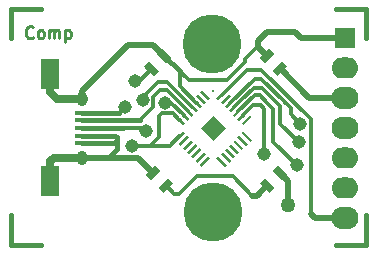
<source format=gtl>
G04 #@! TF.FileFunction,Copper,L1,Top,Signal*
%FSLAX46Y46*%
G04 Gerber Fmt 4.6, Leading zero omitted, Abs format (unit mm)*
G04 Created by KiCad (PCBNEW (2015-01-16 BZR 5376)-product) date 7/2/2015 3:56:48 PM*
%MOMM*%
G01*
G04 APERTURE LIST*
%ADD10C,0.150000*%
%ADD11C,0.381000*%
%ADD12C,0.254000*%
%ADD13R,1.800000X0.400000*%
%ADD14O,0.950000X1.250000*%
%ADD15R,1.550000X2.500000*%
%ADD16C,5.000000*%
%ADD17C,0.299720*%
%ADD18R,1.651000X1.651000*%
%ADD19O,2.286000X1.778000*%
%ADD20O,2.286000X1.905000*%
%ADD21C,1.143000*%
%ADD22C,1.270000*%
%ADD23C,0.304800*%
%ADD24C,0.508000*%
%ADD25C,0.355600*%
%ADD26C,0.635000*%
G04 APERTURE END LIST*
D10*
D11*
X28500000Y-39500000D02*
X28500000Y-37000000D01*
X28500000Y-39500000D02*
X31000000Y-39500000D01*
X58500000Y-39500000D02*
X56000000Y-39500000D01*
X58500000Y-39500000D02*
X58500000Y-37000000D01*
X28500000Y-19500000D02*
X28500000Y-22000000D01*
X28500000Y-19500000D02*
X31000000Y-19500000D01*
X58500000Y-19500000D02*
X58500000Y-22000000D01*
X58500000Y-19500000D02*
X56000000Y-19500000D01*
D12*
X30355905Y-21926357D02*
X30307524Y-21974738D01*
X30162381Y-22023119D01*
X30065619Y-22023119D01*
X29920477Y-21974738D01*
X29823715Y-21877976D01*
X29775334Y-21781214D01*
X29726953Y-21587690D01*
X29726953Y-21442548D01*
X29775334Y-21249024D01*
X29823715Y-21152262D01*
X29920477Y-21055500D01*
X30065619Y-21007119D01*
X30162381Y-21007119D01*
X30307524Y-21055500D01*
X30355905Y-21103881D01*
X30936477Y-22023119D02*
X30839715Y-21974738D01*
X30791334Y-21926357D01*
X30742953Y-21829595D01*
X30742953Y-21539310D01*
X30791334Y-21442548D01*
X30839715Y-21394167D01*
X30936477Y-21345786D01*
X31081619Y-21345786D01*
X31178381Y-21394167D01*
X31226762Y-21442548D01*
X31275143Y-21539310D01*
X31275143Y-21829595D01*
X31226762Y-21926357D01*
X31178381Y-21974738D01*
X31081619Y-22023119D01*
X30936477Y-22023119D01*
X31710572Y-22023119D02*
X31710572Y-21345786D01*
X31710572Y-21442548D02*
X31758953Y-21394167D01*
X31855715Y-21345786D01*
X32000857Y-21345786D01*
X32097619Y-21394167D01*
X32146000Y-21490929D01*
X32146000Y-22023119D01*
X32146000Y-21490929D02*
X32194381Y-21394167D01*
X32291143Y-21345786D01*
X32436286Y-21345786D01*
X32533048Y-21394167D01*
X32581429Y-21490929D01*
X32581429Y-22023119D01*
X33065239Y-21345786D02*
X33065239Y-22361786D01*
X33065239Y-21394167D02*
X33162001Y-21345786D01*
X33355524Y-21345786D01*
X33452286Y-21394167D01*
X33500667Y-21442548D01*
X33549048Y-21539310D01*
X33549048Y-21829595D01*
X33500667Y-21926357D01*
X33452286Y-21974738D01*
X33355524Y-22023119D01*
X33162001Y-22023119D01*
X33065239Y-21974738D01*
D13*
X34708000Y-28327100D03*
X34708000Y-28977100D03*
X34708000Y-29627100D03*
X34708000Y-30277100D03*
X34708000Y-30927100D03*
D14*
X34470540Y-27127100D03*
X34470540Y-32127100D03*
D15*
X31808000Y-25028000D03*
X31808000Y-34128000D03*
D16*
X45608000Y-36740000D03*
X45500000Y-22500000D03*
D10*
G36*
X42343677Y-28650050D02*
X42507117Y-28486610D01*
X43214761Y-29194254D01*
X43051321Y-29357694D01*
X42343677Y-28650050D01*
X42343677Y-28650050D01*
G37*
G36*
X42697499Y-28296228D02*
X42860939Y-28132788D01*
X43568583Y-28840432D01*
X43405143Y-29003872D01*
X42697499Y-28296228D01*
X42697499Y-28296228D01*
G37*
G36*
X43051322Y-27942406D02*
X43214762Y-27778966D01*
X43922406Y-28486610D01*
X43758966Y-28650050D01*
X43051322Y-27942406D01*
X43051322Y-27942406D01*
G37*
G36*
X43405144Y-27588584D02*
X43568584Y-27425144D01*
X44276228Y-28132788D01*
X44112788Y-28296228D01*
X43405144Y-27588584D01*
X43405144Y-27588584D01*
G37*
G36*
X43758966Y-27234762D02*
X43922406Y-27071322D01*
X44630050Y-27778966D01*
X44466610Y-27942406D01*
X43758966Y-27234762D01*
X43758966Y-27234762D01*
G37*
G36*
X44112788Y-26880939D02*
X44276228Y-26717499D01*
X44983872Y-27425143D01*
X44820432Y-27588583D01*
X44112788Y-26880939D01*
X44112788Y-26880939D01*
G37*
G36*
X44466610Y-26527117D02*
X44630050Y-26363677D01*
X45337694Y-27071321D01*
X45174254Y-27234761D01*
X44466610Y-26527117D01*
X44466610Y-26527117D01*
G37*
G36*
X45878306Y-27071321D02*
X46585950Y-26363677D01*
X46749390Y-26527117D01*
X46041746Y-27234761D01*
X45878306Y-27071321D01*
X45878306Y-27071321D01*
G37*
G36*
X46232128Y-27425143D02*
X46939772Y-26717499D01*
X47103212Y-26880939D01*
X46395568Y-27588583D01*
X46232128Y-27425143D01*
X46232128Y-27425143D01*
G37*
G36*
X46585950Y-27778966D02*
X47293594Y-27071322D01*
X47457034Y-27234762D01*
X46749390Y-27942406D01*
X46585950Y-27778966D01*
X46585950Y-27778966D01*
G37*
G36*
X46939772Y-28132788D02*
X47647416Y-27425144D01*
X47810856Y-27588584D01*
X47103212Y-28296228D01*
X46939772Y-28132788D01*
X46939772Y-28132788D01*
G37*
G36*
X47293594Y-28486610D02*
X48001238Y-27778966D01*
X48164678Y-27942406D01*
X47457034Y-28650050D01*
X47293594Y-28486610D01*
X47293594Y-28486610D01*
G37*
G36*
X47647417Y-28840432D02*
X48355061Y-28132788D01*
X48518501Y-28296228D01*
X47810857Y-29003872D01*
X47647417Y-28840432D01*
X47647417Y-28840432D01*
G37*
G36*
X48001239Y-29194254D02*
X48708883Y-28486610D01*
X48872323Y-28650050D01*
X48164679Y-29357694D01*
X48001239Y-29194254D01*
X48001239Y-29194254D01*
G37*
G36*
X48001239Y-30061746D02*
X48164679Y-29898306D01*
X48872323Y-30605950D01*
X48708883Y-30769390D01*
X48001239Y-30061746D01*
X48001239Y-30061746D01*
G37*
G36*
X47647417Y-30415568D02*
X47810857Y-30252128D01*
X48518501Y-30959772D01*
X48355061Y-31123212D01*
X47647417Y-30415568D01*
X47647417Y-30415568D01*
G37*
G36*
X47293594Y-30769390D02*
X47457034Y-30605950D01*
X48164678Y-31313594D01*
X48001238Y-31477034D01*
X47293594Y-30769390D01*
X47293594Y-30769390D01*
G37*
G36*
X46939772Y-31123212D02*
X47103212Y-30959772D01*
X47810856Y-31667416D01*
X47647416Y-31830856D01*
X46939772Y-31123212D01*
X46939772Y-31123212D01*
G37*
G36*
X46585950Y-31477034D02*
X46749390Y-31313594D01*
X47457034Y-32021238D01*
X47293594Y-32184678D01*
X46585950Y-31477034D01*
X46585950Y-31477034D01*
G37*
G36*
X46232128Y-31830857D02*
X46395568Y-31667417D01*
X47103212Y-32375061D01*
X46939772Y-32538501D01*
X46232128Y-31830857D01*
X46232128Y-31830857D01*
G37*
G36*
X45878306Y-32184679D02*
X46041746Y-32021239D01*
X46749390Y-32728883D01*
X46585950Y-32892323D01*
X45878306Y-32184679D01*
X45878306Y-32184679D01*
G37*
G36*
X44466610Y-32728883D02*
X45174254Y-32021239D01*
X45337694Y-32184679D01*
X44630050Y-32892323D01*
X44466610Y-32728883D01*
X44466610Y-32728883D01*
G37*
G36*
X44112788Y-32375061D02*
X44820432Y-31667417D01*
X44983872Y-31830857D01*
X44276228Y-32538501D01*
X44112788Y-32375061D01*
X44112788Y-32375061D01*
G37*
G36*
X43758966Y-32021238D02*
X44466610Y-31313594D01*
X44630050Y-31477034D01*
X43922406Y-32184678D01*
X43758966Y-32021238D01*
X43758966Y-32021238D01*
G37*
G36*
X43405144Y-31667416D02*
X44112788Y-30959772D01*
X44276228Y-31123212D01*
X43568584Y-31830856D01*
X43405144Y-31667416D01*
X43405144Y-31667416D01*
G37*
G36*
X43051322Y-31313594D02*
X43758966Y-30605950D01*
X43922406Y-30769390D01*
X43214762Y-31477034D01*
X43051322Y-31313594D01*
X43051322Y-31313594D01*
G37*
G36*
X42697499Y-30959772D02*
X43405143Y-30252128D01*
X43568583Y-30415568D01*
X42860939Y-31123212D01*
X42697499Y-30959772D01*
X42697499Y-30959772D01*
G37*
G36*
X42343677Y-30605950D02*
X43051321Y-29898306D01*
X43214761Y-30061746D01*
X42507117Y-30769390D01*
X42343677Y-30605950D01*
X42343677Y-30605950D01*
G37*
G36*
X44546534Y-29628000D02*
X45608000Y-28566534D01*
X46669466Y-29628000D01*
X45608000Y-30689466D01*
X44546534Y-29628000D01*
X44546534Y-29628000D01*
G37*
D17*
X45608000Y-26445397D03*
D18*
X56784000Y-22008000D03*
D19*
X56784000Y-24548000D03*
D20*
X56784000Y-27088000D03*
X56784000Y-29628000D03*
D19*
X56784000Y-32168000D03*
X56784000Y-34708000D03*
D20*
X56784000Y-37248000D03*
D10*
G36*
X40549790Y-25207433D02*
X39741567Y-24399210D01*
X40190580Y-23950197D01*
X40998803Y-24758420D01*
X40549790Y-25207433D01*
X40549790Y-25207433D01*
G37*
G36*
X41627420Y-24129803D02*
X40819197Y-23321580D01*
X41268210Y-22872567D01*
X42076433Y-23680790D01*
X41627420Y-24129803D01*
X41627420Y-24129803D01*
G37*
G36*
X51855433Y-24399210D02*
X51047210Y-25207433D01*
X50598197Y-24758420D01*
X51406420Y-23950197D01*
X51855433Y-24399210D01*
X51855433Y-24399210D01*
G37*
G36*
X50777803Y-23321580D02*
X49969580Y-24129803D01*
X49520567Y-23680790D01*
X50328790Y-22872567D01*
X50777803Y-23321580D01*
X50777803Y-23321580D01*
G37*
G36*
X42203433Y-34305210D02*
X41395210Y-35113433D01*
X40946197Y-34664420D01*
X41754420Y-33856197D01*
X42203433Y-34305210D01*
X42203433Y-34305210D01*
G37*
G36*
X41125803Y-33227580D02*
X40317580Y-34035803D01*
X39868567Y-33586790D01*
X40676790Y-32778567D01*
X41125803Y-33227580D01*
X41125803Y-33227580D01*
G37*
G36*
X51047210Y-32778567D02*
X51855433Y-33586790D01*
X51406420Y-34035803D01*
X50598197Y-33227580D01*
X51047210Y-32778567D01*
X51047210Y-32778567D01*
G37*
G36*
X49969580Y-33856197D02*
X50777803Y-34664420D01*
X50328790Y-35113433D01*
X49520567Y-34305210D01*
X49969580Y-33856197D01*
X49969580Y-33856197D01*
G37*
D21*
X49926000Y-31850500D03*
X39893000Y-29882000D03*
X39639000Y-27215000D03*
X52656500Y-32739500D03*
X52847000Y-30834500D03*
X52974000Y-29247000D03*
D22*
X51958000Y-36105000D03*
D21*
X38115000Y-27850000D03*
X38750000Y-31152000D03*
X41480500Y-27469000D03*
X38940500Y-25627500D03*
D23*
X48082959Y-28568330D02*
X48082959Y-28550041D01*
X49926000Y-27977000D02*
X49926000Y-31850500D01*
X49608500Y-27659500D02*
X49926000Y-27977000D01*
X48973500Y-27659500D02*
X49608500Y-27659500D01*
X48082959Y-28550041D02*
X48973500Y-27659500D01*
D11*
X37988000Y-29627100D02*
X34470540Y-29627100D01*
D23*
X38115000Y-29628000D02*
X38114100Y-29627100D01*
X38114100Y-29627100D02*
X37988000Y-29627100D01*
X39893000Y-29882000D02*
X39638100Y-29627100D01*
X39638100Y-29627100D02*
X38115900Y-29627100D01*
X42179000Y-26199000D02*
X41671000Y-25691000D01*
X41671000Y-25691000D02*
X40909000Y-25691000D01*
X40909000Y-25691000D02*
X39639000Y-26961000D01*
X39639000Y-26961000D02*
X39639000Y-27215000D01*
X43840686Y-27860686D02*
X42179000Y-26199000D01*
X39400900Y-28977100D02*
X40528000Y-27850000D01*
D11*
X34470540Y-28977100D02*
X39400900Y-28977100D01*
D23*
X43486864Y-28205364D02*
X42496500Y-27215000D01*
X41671000Y-26389500D02*
X41099500Y-26389500D01*
X41099500Y-26389500D02*
X40528000Y-26961000D01*
X40528000Y-26961000D02*
X40528000Y-27850000D01*
X43486864Y-28205364D02*
X41671000Y-26389500D01*
X43486864Y-28214508D02*
X43486864Y-28205364D01*
X46313848Y-26799219D02*
X46341281Y-26799219D01*
D24*
X54498000Y-37248000D02*
X55768000Y-37248000D01*
X54180500Y-37248000D02*
X54498000Y-37248000D01*
X53863000Y-36930500D02*
X54180500Y-37248000D01*
D25*
X53863000Y-28866000D02*
X53863000Y-36930500D01*
D23*
X49672000Y-24675000D02*
X53863000Y-28866000D01*
X48465500Y-24675000D02*
X49672000Y-24675000D01*
X46341281Y-26799219D02*
X48465500Y-24675000D01*
D24*
X56784000Y-37248000D02*
X54498000Y-37248000D01*
D23*
X47729136Y-28214508D02*
X47729136Y-28205364D01*
X50688000Y-27977000D02*
X50688000Y-30771000D01*
X50688000Y-30771000D02*
X52656500Y-32739500D01*
X47729136Y-28205364D02*
X49100500Y-26834000D01*
X49100500Y-26834000D02*
X49545000Y-26834000D01*
X49545000Y-26834000D02*
X50180000Y-27469000D01*
X50180000Y-27469000D02*
X50688000Y-27977000D01*
X51259500Y-27723000D02*
X51259500Y-29247000D01*
X51259500Y-29247000D02*
X52847000Y-30834500D01*
X47957500Y-27278500D02*
X49037000Y-26199000D01*
X49037000Y-26199000D02*
X49735500Y-26199000D01*
X49735500Y-26199000D02*
X50688000Y-27151500D01*
X47375314Y-27860686D02*
X47957500Y-27278500D01*
X50688000Y-27151500D02*
X51259500Y-27723000D01*
X47021492Y-27506864D02*
X47030636Y-27506864D01*
X51577000Y-27342000D02*
X51704000Y-27469000D01*
X49672000Y-25437000D02*
X51577000Y-27342000D01*
X49100500Y-25437000D02*
X49672000Y-25437000D01*
X47030636Y-27506864D02*
X49100500Y-25437000D01*
X52148500Y-27913500D02*
X52148500Y-28421500D01*
X52148500Y-28421500D02*
X52974000Y-29247000D01*
X51577000Y-27342000D02*
X52148500Y-27913500D01*
X51226815Y-33407185D02*
X51292185Y-33407185D01*
D24*
X51292185Y-33407185D02*
X51958000Y-34073000D01*
X51958000Y-34073000D02*
X51958000Y-36105000D01*
X55768000Y-27088000D02*
X53736000Y-27088000D01*
X53736000Y-27088000D02*
X51226815Y-24578815D01*
D23*
X42779219Y-30333848D02*
X42743152Y-30333848D01*
X38115000Y-27850000D02*
X37637900Y-28327100D01*
D11*
X37637900Y-28327100D02*
X34470540Y-28327100D01*
D23*
X39639000Y-31152000D02*
X38750000Y-31152000D01*
X40274000Y-31152000D02*
X39639000Y-31152000D01*
X41036000Y-30390000D02*
X40274000Y-31152000D01*
X41036000Y-28612000D02*
X41036000Y-30390000D01*
X41290000Y-28358000D02*
X41036000Y-28612000D01*
X42179000Y-28358000D02*
X41290000Y-28358000D01*
X42743152Y-28922152D02*
X42179000Y-28358000D01*
X42779219Y-28922152D02*
X42743152Y-28922152D01*
X41925000Y-31152000D02*
X42743152Y-30333848D01*
X41925000Y-31152000D02*
X41417000Y-31152000D01*
X39639000Y-31152000D02*
X41417000Y-31152000D01*
D24*
X56784000Y-27088000D02*
X53736000Y-27088000D01*
X34470540Y-27127100D02*
X34470540Y-26477960D01*
D26*
X34470540Y-27127100D02*
X32377100Y-27127100D01*
X31808000Y-26558000D02*
X31808000Y-25028000D01*
X32377100Y-27127100D02*
X31808000Y-26558000D01*
X34470540Y-32127100D02*
X32122900Y-32127100D01*
X31808000Y-32442000D02*
X31808000Y-34128000D01*
X32122900Y-32127100D02*
X31808000Y-32442000D01*
D24*
X50149185Y-23501185D02*
X49418000Y-22770000D01*
D23*
X49418000Y-22770000D02*
X49291000Y-22770000D01*
X43510630Y-25564000D02*
X41447815Y-23501185D01*
X44194508Y-27506864D02*
X44185364Y-27506864D01*
X44185364Y-27506864D02*
X42750500Y-26072000D01*
X42750500Y-26072000D02*
X42750500Y-24803870D01*
D24*
X54498000Y-22008000D02*
X55768000Y-22008000D01*
X53037500Y-22008000D02*
X54498000Y-22008000D01*
X52529500Y-21500000D02*
X53037500Y-22008000D01*
X50180000Y-21500000D02*
X52529500Y-21500000D01*
X49418000Y-22262000D02*
X50180000Y-21500000D01*
X49418000Y-22770000D02*
X49418000Y-22262000D01*
D11*
X36942900Y-30927100D02*
X34470540Y-30927100D01*
D23*
X34470540Y-32127100D02*
X36631900Y-32127100D01*
D24*
X39217100Y-32127100D02*
X40497185Y-33407185D01*
X34470540Y-32127100D02*
X39217100Y-32127100D01*
X40528000Y-22579500D02*
X38369000Y-22579500D01*
X41447815Y-23499315D02*
X40528000Y-22579500D01*
X38369000Y-22579500D02*
X34470540Y-26477960D01*
D23*
X41447815Y-23501185D02*
X41447815Y-23499315D01*
D11*
X37303600Y-30277100D02*
X37113100Y-30277100D01*
X37416500Y-30390000D02*
X37303600Y-30277100D01*
X37113100Y-30277100D02*
X34470540Y-30277100D01*
X37416500Y-30707500D02*
X37416500Y-30390000D01*
X37196900Y-30927100D02*
X37416500Y-30707500D01*
X34470540Y-30927100D02*
X37196900Y-30927100D01*
X36695400Y-32127100D02*
X37416500Y-31406000D01*
X37416500Y-31406000D02*
X37416500Y-30390000D01*
X34470540Y-32127100D02*
X36695400Y-32127100D01*
X41447815Y-23501185D02*
X42750500Y-24803870D01*
D23*
X49291000Y-22770000D02*
X48275000Y-23786000D01*
X48275000Y-23786000D02*
X48275000Y-24040000D01*
X48275000Y-24040000D02*
X46751000Y-25564000D01*
X46751000Y-25564000D02*
X43510630Y-25564000D01*
D24*
X56784000Y-22008000D02*
X54498000Y-22008000D01*
D23*
X42052000Y-27469000D02*
X41480500Y-27469000D01*
X43133041Y-28550041D02*
X42052000Y-27469000D01*
X43133041Y-28568330D02*
X43133041Y-28550041D01*
X40370185Y-24578815D02*
X39989185Y-24578815D01*
X39385000Y-25627500D02*
X38940500Y-25627500D01*
X40370185Y-24642315D02*
X39385000Y-25627500D01*
X40370185Y-24578815D02*
X40370185Y-24642315D01*
X41574815Y-34484815D02*
X42306000Y-35216000D01*
D24*
X49291000Y-35343000D02*
X50149185Y-34484815D01*
X48910000Y-35343000D02*
X49291000Y-35343000D01*
D23*
X47259000Y-33692000D02*
X48910000Y-35343000D01*
X44211000Y-33692000D02*
X47259000Y-33692000D01*
X42687000Y-35216000D02*
X44211000Y-33692000D01*
X42306000Y-35216000D02*
X42687000Y-35216000D01*
M02*

</source>
